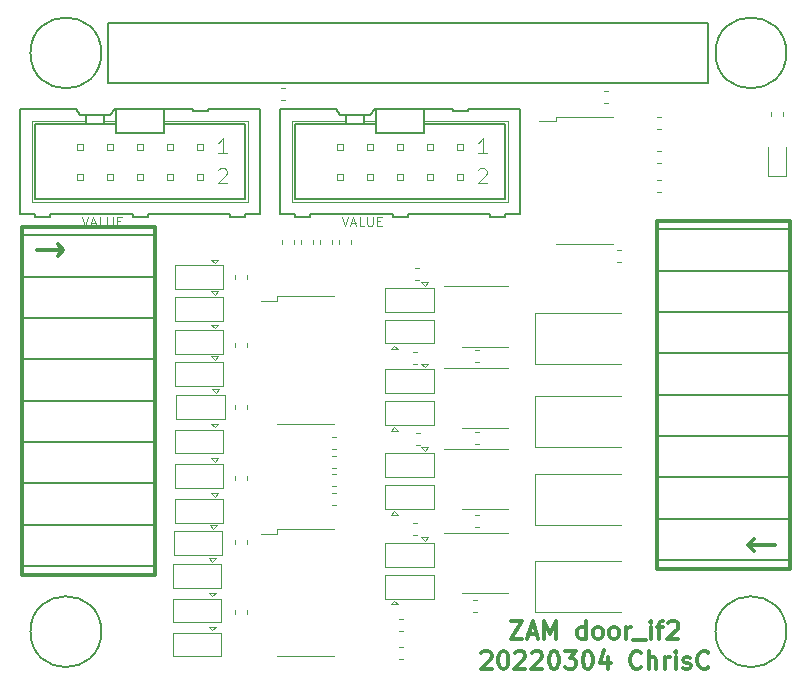
<source format=gbr>
%TF.GenerationSoftware,KiCad,Pcbnew,5.1.6-c6e7f7d~87~ubuntu18.04.1*%
%TF.CreationDate,2022-03-05T00:23:36+01:00*%
%TF.ProjectId,door_if2,646f6f72-5f69-4663-922e-6b696361645f,rev?*%
%TF.SameCoordinates,Original*%
%TF.FileFunction,Legend,Top*%
%TF.FilePolarity,Positive*%
%FSLAX46Y46*%
G04 Gerber Fmt 4.6, Leading zero omitted, Abs format (unit mm)*
G04 Created by KiCad (PCBNEW 5.1.6-c6e7f7d~87~ubuntu18.04.1) date 2022-03-05 00:23:36*
%MOMM*%
%LPD*%
G01*
G04 APERTURE LIST*
%ADD10C,0.300000*%
%ADD11C,0.120000*%
%ADD12C,0.150000*%
%ADD13C,0.304800*%
%ADD14C,0.066040*%
%ADD15C,0.152400*%
%ADD16C,0.050800*%
%ADD17C,0.088900*%
%ADD18C,0.100000*%
G04 APERTURE END LIST*
D10*
X121357142Y-114903571D02*
X122357142Y-114903571D01*
X121357142Y-116403571D01*
X122357142Y-116403571D01*
X122857142Y-115975000D02*
X123571428Y-115975000D01*
X122714285Y-116403571D02*
X123214285Y-114903571D01*
X123714285Y-116403571D01*
X124214285Y-116403571D02*
X124214285Y-114903571D01*
X124714285Y-115975000D01*
X125214285Y-114903571D01*
X125214285Y-116403571D01*
X127714285Y-116403571D02*
X127714285Y-114903571D01*
X127714285Y-116332142D02*
X127571428Y-116403571D01*
X127285714Y-116403571D01*
X127142857Y-116332142D01*
X127071428Y-116260714D01*
X127000000Y-116117857D01*
X127000000Y-115689285D01*
X127071428Y-115546428D01*
X127142857Y-115475000D01*
X127285714Y-115403571D01*
X127571428Y-115403571D01*
X127714285Y-115475000D01*
X128642857Y-116403571D02*
X128500000Y-116332142D01*
X128428571Y-116260714D01*
X128357142Y-116117857D01*
X128357142Y-115689285D01*
X128428571Y-115546428D01*
X128500000Y-115475000D01*
X128642857Y-115403571D01*
X128857142Y-115403571D01*
X129000000Y-115475000D01*
X129071428Y-115546428D01*
X129142857Y-115689285D01*
X129142857Y-116117857D01*
X129071428Y-116260714D01*
X129000000Y-116332142D01*
X128857142Y-116403571D01*
X128642857Y-116403571D01*
X130000000Y-116403571D02*
X129857142Y-116332142D01*
X129785714Y-116260714D01*
X129714285Y-116117857D01*
X129714285Y-115689285D01*
X129785714Y-115546428D01*
X129857142Y-115475000D01*
X130000000Y-115403571D01*
X130214285Y-115403571D01*
X130357142Y-115475000D01*
X130428571Y-115546428D01*
X130500000Y-115689285D01*
X130500000Y-116117857D01*
X130428571Y-116260714D01*
X130357142Y-116332142D01*
X130214285Y-116403571D01*
X130000000Y-116403571D01*
X131142857Y-116403571D02*
X131142857Y-115403571D01*
X131142857Y-115689285D02*
X131214285Y-115546428D01*
X131285714Y-115475000D01*
X131428571Y-115403571D01*
X131571428Y-115403571D01*
X131714285Y-116546428D02*
X132857142Y-116546428D01*
X133214285Y-116403571D02*
X133214285Y-115403571D01*
X133214285Y-114903571D02*
X133142857Y-114975000D01*
X133214285Y-115046428D01*
X133285714Y-114975000D01*
X133214285Y-114903571D01*
X133214285Y-115046428D01*
X133714285Y-115403571D02*
X134285714Y-115403571D01*
X133928571Y-116403571D02*
X133928571Y-115117857D01*
X134000000Y-114975000D01*
X134142857Y-114903571D01*
X134285714Y-114903571D01*
X134714285Y-115046428D02*
X134785714Y-114975000D01*
X134928571Y-114903571D01*
X135285714Y-114903571D01*
X135428571Y-114975000D01*
X135500000Y-115046428D01*
X135571428Y-115189285D01*
X135571428Y-115332142D01*
X135500000Y-115546428D01*
X134642857Y-116403571D01*
X135571428Y-116403571D01*
X118892857Y-117596428D02*
X118964285Y-117525000D01*
X119107142Y-117453571D01*
X119464285Y-117453571D01*
X119607142Y-117525000D01*
X119678571Y-117596428D01*
X119750000Y-117739285D01*
X119750000Y-117882142D01*
X119678571Y-118096428D01*
X118821428Y-118953571D01*
X119750000Y-118953571D01*
X120678571Y-117453571D02*
X120821428Y-117453571D01*
X120964285Y-117525000D01*
X121035714Y-117596428D01*
X121107142Y-117739285D01*
X121178571Y-118025000D01*
X121178571Y-118382142D01*
X121107142Y-118667857D01*
X121035714Y-118810714D01*
X120964285Y-118882142D01*
X120821428Y-118953571D01*
X120678571Y-118953571D01*
X120535714Y-118882142D01*
X120464285Y-118810714D01*
X120392857Y-118667857D01*
X120321428Y-118382142D01*
X120321428Y-118025000D01*
X120392857Y-117739285D01*
X120464285Y-117596428D01*
X120535714Y-117525000D01*
X120678571Y-117453571D01*
X121750000Y-117596428D02*
X121821428Y-117525000D01*
X121964285Y-117453571D01*
X122321428Y-117453571D01*
X122464285Y-117525000D01*
X122535714Y-117596428D01*
X122607142Y-117739285D01*
X122607142Y-117882142D01*
X122535714Y-118096428D01*
X121678571Y-118953571D01*
X122607142Y-118953571D01*
X123178571Y-117596428D02*
X123250000Y-117525000D01*
X123392857Y-117453571D01*
X123750000Y-117453571D01*
X123892857Y-117525000D01*
X123964285Y-117596428D01*
X124035714Y-117739285D01*
X124035714Y-117882142D01*
X123964285Y-118096428D01*
X123107142Y-118953571D01*
X124035714Y-118953571D01*
X124964285Y-117453571D02*
X125107142Y-117453571D01*
X125250000Y-117525000D01*
X125321428Y-117596428D01*
X125392857Y-117739285D01*
X125464285Y-118025000D01*
X125464285Y-118382142D01*
X125392857Y-118667857D01*
X125321428Y-118810714D01*
X125250000Y-118882142D01*
X125107142Y-118953571D01*
X124964285Y-118953571D01*
X124821428Y-118882142D01*
X124750000Y-118810714D01*
X124678571Y-118667857D01*
X124607142Y-118382142D01*
X124607142Y-118025000D01*
X124678571Y-117739285D01*
X124750000Y-117596428D01*
X124821428Y-117525000D01*
X124964285Y-117453571D01*
X125964285Y-117453571D02*
X126892857Y-117453571D01*
X126392857Y-118025000D01*
X126607142Y-118025000D01*
X126750000Y-118096428D01*
X126821428Y-118167857D01*
X126892857Y-118310714D01*
X126892857Y-118667857D01*
X126821428Y-118810714D01*
X126750000Y-118882142D01*
X126607142Y-118953571D01*
X126178571Y-118953571D01*
X126035714Y-118882142D01*
X125964285Y-118810714D01*
X127821428Y-117453571D02*
X127964285Y-117453571D01*
X128107142Y-117525000D01*
X128178571Y-117596428D01*
X128250000Y-117739285D01*
X128321428Y-118025000D01*
X128321428Y-118382142D01*
X128250000Y-118667857D01*
X128178571Y-118810714D01*
X128107142Y-118882142D01*
X127964285Y-118953571D01*
X127821428Y-118953571D01*
X127678571Y-118882142D01*
X127607142Y-118810714D01*
X127535714Y-118667857D01*
X127464285Y-118382142D01*
X127464285Y-118025000D01*
X127535714Y-117739285D01*
X127607142Y-117596428D01*
X127678571Y-117525000D01*
X127821428Y-117453571D01*
X129607142Y-117953571D02*
X129607142Y-118953571D01*
X129250000Y-117382142D02*
X128892857Y-118453571D01*
X129821428Y-118453571D01*
X132392857Y-118810714D02*
X132321428Y-118882142D01*
X132107142Y-118953571D01*
X131964285Y-118953571D01*
X131750000Y-118882142D01*
X131607142Y-118739285D01*
X131535714Y-118596428D01*
X131464285Y-118310714D01*
X131464285Y-118096428D01*
X131535714Y-117810714D01*
X131607142Y-117667857D01*
X131750000Y-117525000D01*
X131964285Y-117453571D01*
X132107142Y-117453571D01*
X132321428Y-117525000D01*
X132392857Y-117596428D01*
X133035714Y-118953571D02*
X133035714Y-117453571D01*
X133678571Y-118953571D02*
X133678571Y-118167857D01*
X133607142Y-118025000D01*
X133464285Y-117953571D01*
X133250000Y-117953571D01*
X133107142Y-118025000D01*
X133035714Y-118096428D01*
X134392857Y-118953571D02*
X134392857Y-117953571D01*
X134392857Y-118239285D02*
X134464285Y-118096428D01*
X134535714Y-118025000D01*
X134678571Y-117953571D01*
X134821428Y-117953571D01*
X135321428Y-118953571D02*
X135321428Y-117953571D01*
X135321428Y-117453571D02*
X135250000Y-117525000D01*
X135321428Y-117596428D01*
X135392857Y-117525000D01*
X135321428Y-117453571D01*
X135321428Y-117596428D01*
X135964285Y-118882142D02*
X136107142Y-118953571D01*
X136392857Y-118953571D01*
X136535714Y-118882142D01*
X136607142Y-118739285D01*
X136607142Y-118667857D01*
X136535714Y-118525000D01*
X136392857Y-118453571D01*
X136178571Y-118453571D01*
X136035714Y-118382142D01*
X135964285Y-118239285D01*
X135964285Y-118167857D01*
X136035714Y-118025000D01*
X136178571Y-117953571D01*
X136392857Y-117953571D01*
X136535714Y-118025000D01*
X138107142Y-118810714D02*
X138035714Y-118882142D01*
X137821428Y-118953571D01*
X137678571Y-118953571D01*
X137464285Y-118882142D01*
X137321428Y-118739285D01*
X137250000Y-118596428D01*
X137178571Y-118310714D01*
X137178571Y-118096428D01*
X137250000Y-117810714D01*
X137321428Y-117667857D01*
X137464285Y-117525000D01*
X137678571Y-117453571D01*
X137821428Y-117453571D01*
X138035714Y-117525000D01*
X138107142Y-117596428D01*
D11*
%TO.C,D1*%
X144635000Y-77260000D02*
X144635000Y-74800000D01*
X143165000Y-77260000D02*
X144635000Y-77260000D01*
X143165000Y-74800000D02*
X143165000Y-77260000D01*
%TO.C,D3*%
X123400000Y-109850000D02*
X130700000Y-109850000D01*
X123400000Y-114150000D02*
X130700000Y-114150000D01*
X123400000Y-109850000D02*
X123400000Y-114150000D01*
%TO.C,D5*%
X123400000Y-102450000D02*
X130700000Y-102450000D01*
X123400000Y-106750000D02*
X130700000Y-106750000D01*
X123400000Y-102450000D02*
X123400000Y-106750000D01*
%TO.C,D7*%
X123400000Y-95850000D02*
X130700000Y-95850000D01*
X123400000Y-100150000D02*
X130700000Y-100150000D01*
X123400000Y-95850000D02*
X123400000Y-100150000D01*
%TO.C,D9*%
X123400000Y-88850000D02*
X123400000Y-93150000D01*
X123400000Y-93150000D02*
X130700000Y-93150000D01*
X123400000Y-88850000D02*
X130700000Y-88850000D01*
D12*
%TO.C,J1*%
X133750000Y-81750000D02*
X145000000Y-81750000D01*
X133750000Y-85250000D02*
X145000000Y-85250000D01*
X133750000Y-88750000D02*
X145000000Y-88750000D01*
X133750000Y-95750000D02*
X145000000Y-95750000D01*
D13*
X141499680Y-108499740D02*
X141997520Y-107999360D01*
X141499680Y-108499740D02*
X141997520Y-108997580D01*
X143747580Y-108499740D02*
X141499680Y-108499740D01*
X133750000Y-110500000D02*
X133750000Y-81000000D01*
X145000000Y-110500000D02*
X133750000Y-110500000D01*
X145000000Y-81000000D02*
X133750000Y-81000000D01*
X145000000Y-110500000D02*
X145000000Y-81000000D01*
D12*
X133750000Y-106250000D02*
X145000000Y-106250000D01*
X133750000Y-102750000D02*
X145000000Y-102750000D01*
X133750000Y-99250000D02*
X145000000Y-99250000D01*
X133750000Y-92250000D02*
X145000000Y-92250000D01*
X133750000Y-109750000D02*
X145000000Y-109750000D01*
%TO.C,J2*%
X144705001Y-115805001D02*
G75*
G03*
X144705001Y-115805001I-3000000J0D01*
G01*
X86705001Y-115805001D02*
G75*
G03*
X86705001Y-115805001I-3000000J0D01*
G01*
X86705001Y-66805001D02*
G75*
G03*
X86705001Y-66805001I-3000000J0D01*
G01*
X144705001Y-66805001D02*
G75*
G03*
X144705001Y-66805001I-3000000J0D01*
G01*
X87305001Y-64265001D02*
X87305001Y-69345001D01*
X87305001Y-69345001D02*
X138105001Y-69345001D01*
X138105001Y-69345001D02*
X138105001Y-64265001D01*
X138105001Y-64265001D02*
X87305001Y-64265001D01*
D14*
%TO.C,J3*%
X92794000Y-77016000D02*
X92286000Y-77016000D01*
X92286000Y-77016000D02*
X92286000Y-77524000D01*
X92794000Y-77524000D02*
X92286000Y-77524000D01*
X92794000Y-77016000D02*
X92794000Y-77524000D01*
X95334000Y-77016000D02*
X94826000Y-77016000D01*
X94826000Y-77016000D02*
X94826000Y-77524000D01*
X95334000Y-77524000D02*
X94826000Y-77524000D01*
X95334000Y-77016000D02*
X95334000Y-77524000D01*
X90254000Y-77016000D02*
X89746000Y-77016000D01*
X89746000Y-77016000D02*
X89746000Y-77524000D01*
X90254000Y-77524000D02*
X89746000Y-77524000D01*
X90254000Y-77016000D02*
X90254000Y-77524000D01*
X85174000Y-77016000D02*
X84666000Y-77016000D01*
X84666000Y-77016000D02*
X84666000Y-77524000D01*
X85174000Y-77524000D02*
X84666000Y-77524000D01*
X85174000Y-77016000D02*
X85174000Y-77524000D01*
X87714000Y-77016000D02*
X87206000Y-77016000D01*
X87206000Y-77016000D02*
X87206000Y-77524000D01*
X87714000Y-77524000D02*
X87206000Y-77524000D01*
X87714000Y-77016000D02*
X87714000Y-77524000D01*
X92794000Y-74476000D02*
X92286000Y-74476000D01*
X92286000Y-74476000D02*
X92286000Y-74984000D01*
X92794000Y-74984000D02*
X92286000Y-74984000D01*
X92794000Y-74476000D02*
X92794000Y-74984000D01*
X95334000Y-74476000D02*
X94826000Y-74476000D01*
X94826000Y-74476000D02*
X94826000Y-74984000D01*
X95334000Y-74984000D02*
X94826000Y-74984000D01*
X95334000Y-74476000D02*
X95334000Y-74984000D01*
X90254000Y-74476000D02*
X89746000Y-74476000D01*
X89746000Y-74476000D02*
X89746000Y-74984000D01*
X90254000Y-74984000D02*
X89746000Y-74984000D01*
X90254000Y-74476000D02*
X90254000Y-74984000D01*
X85174000Y-74476000D02*
X84666000Y-74476000D01*
X84666000Y-74476000D02*
X84666000Y-74984000D01*
X85174000Y-74984000D02*
X84666000Y-74984000D01*
X85174000Y-74476000D02*
X85174000Y-74984000D01*
X87714000Y-74476000D02*
X87206000Y-74476000D01*
X87206000Y-74476000D02*
X87206000Y-74984000D01*
X87714000Y-74984000D02*
X87206000Y-74984000D01*
X87714000Y-74476000D02*
X87714000Y-74984000D01*
D15*
X98890000Y-79175000D02*
X81110000Y-79175000D01*
X81110000Y-72825000D02*
X81110000Y-79175000D01*
X98890000Y-79175000D02*
X98890000Y-72825000D01*
X100160000Y-80445000D02*
X98890000Y-80445000D01*
X79840000Y-71555000D02*
X84539000Y-71555000D01*
X79840000Y-71555000D02*
X79840000Y-80445000D01*
X100160000Y-80445000D02*
X100160000Y-71555000D01*
X81110000Y-72825000D02*
X85428000Y-72825000D01*
X87968000Y-73587000D02*
X92032000Y-73587000D01*
X92032000Y-72825000D02*
X92032000Y-73587000D01*
X92032000Y-72825000D02*
X98890000Y-72825000D01*
X92032000Y-72825000D02*
X92032000Y-72571000D01*
X87968000Y-73587000D02*
X87968000Y-72825000D01*
X87968000Y-72825000D02*
X87968000Y-72571000D01*
X81110000Y-80445000D02*
X81110000Y-80699000D01*
X81110000Y-80699000D02*
X82380000Y-80699000D01*
X82380000Y-80445000D02*
X82380000Y-80699000D01*
X81110000Y-80445000D02*
X79840000Y-80445000D01*
X89365000Y-80699000D02*
X90635000Y-80699000D01*
X89365000Y-80699000D02*
X89365000Y-80445000D01*
X89365000Y-80445000D02*
X82380000Y-80445000D01*
X90635000Y-80699000D02*
X90635000Y-80445000D01*
X97620000Y-80699000D02*
X98890000Y-80699000D01*
X98890000Y-80699000D02*
X98890000Y-80445000D01*
X97620000Y-80699000D02*
X97620000Y-80445000D01*
X97620000Y-80445000D02*
X90635000Y-80445000D01*
X87841000Y-71555000D02*
X87968000Y-71555000D01*
X87968000Y-71555000D02*
X92032000Y-71555000D01*
X86952000Y-72825000D02*
X86952000Y-72571000D01*
X86952000Y-72825000D02*
X87968000Y-72825000D01*
X85428000Y-72825000D02*
X85428000Y-72571000D01*
X85428000Y-72825000D02*
X86952000Y-72825000D01*
X87841000Y-71555000D02*
X87460000Y-72063000D01*
X84920000Y-72063000D02*
X84539000Y-71555000D01*
X84920000Y-72063000D02*
X85428000Y-72063000D01*
D16*
X86952000Y-72571000D02*
X87968000Y-72571000D01*
D15*
X87968000Y-72571000D02*
X87968000Y-71555000D01*
D16*
X85428000Y-72571000D02*
X80856000Y-72571000D01*
X80856000Y-72571000D02*
X80856000Y-79429000D01*
X80856000Y-79429000D02*
X99144000Y-79429000D01*
X99144000Y-79429000D02*
X99144000Y-72571000D01*
X99144000Y-72571000D02*
X92032000Y-72571000D01*
D15*
X92032000Y-72571000D02*
X92032000Y-71555000D01*
X86952000Y-72571000D02*
X86952000Y-72063000D01*
X86952000Y-72063000D02*
X87460000Y-72063000D01*
X85428000Y-72571000D02*
X85428000Y-72063000D01*
X85428000Y-72063000D02*
X86952000Y-72063000D01*
X92032000Y-71555000D02*
X94445000Y-71555000D01*
X94445000Y-71682000D02*
X94445000Y-71555000D01*
X94445000Y-71682000D02*
X95715000Y-71682000D01*
X95715000Y-71555000D02*
X95715000Y-71682000D01*
X95715000Y-71555000D02*
X100160000Y-71555000D01*
D12*
%TO.C,J4*%
X91250000Y-82250000D02*
X80000000Y-82250000D01*
X91250000Y-99750000D02*
X80000000Y-99750000D01*
X91250000Y-92750000D02*
X80000000Y-92750000D01*
X91250000Y-89250000D02*
X80000000Y-89250000D01*
X91250000Y-85750000D02*
X80000000Y-85750000D01*
D13*
X80000000Y-81500000D02*
X80000000Y-111000000D01*
X80000000Y-111000000D02*
X91250000Y-111000000D01*
X80000000Y-81500000D02*
X91250000Y-81500000D01*
X91250000Y-81500000D02*
X91250000Y-111000000D01*
X81252420Y-83500260D02*
X83500320Y-83500260D01*
X83500320Y-83500260D02*
X83002480Y-83002420D01*
X83500320Y-83500260D02*
X83002480Y-84000640D01*
D12*
X91250000Y-96250000D02*
X80000000Y-96250000D01*
X91250000Y-103250000D02*
X80000000Y-103250000D01*
X91250000Y-106750000D02*
X80000000Y-106750000D01*
X91250000Y-110250000D02*
X80000000Y-110250000D01*
D15*
%TO.C,J5*%
X117715000Y-71555000D02*
X122160000Y-71555000D01*
X117715000Y-71555000D02*
X117715000Y-71682000D01*
X116445000Y-71682000D02*
X117715000Y-71682000D01*
X116445000Y-71682000D02*
X116445000Y-71555000D01*
X114032000Y-71555000D02*
X116445000Y-71555000D01*
X107428000Y-72063000D02*
X108952000Y-72063000D01*
X107428000Y-72571000D02*
X107428000Y-72063000D01*
X108952000Y-72063000D02*
X109460000Y-72063000D01*
X108952000Y-72571000D02*
X108952000Y-72063000D01*
X114032000Y-72571000D02*
X114032000Y-71555000D01*
D16*
X121144000Y-72571000D02*
X114032000Y-72571000D01*
X121144000Y-79429000D02*
X121144000Y-72571000D01*
X102856000Y-79429000D02*
X121144000Y-79429000D01*
X102856000Y-72571000D02*
X102856000Y-79429000D01*
X107428000Y-72571000D02*
X102856000Y-72571000D01*
D15*
X109968000Y-72571000D02*
X109968000Y-71555000D01*
D16*
X108952000Y-72571000D02*
X109968000Y-72571000D01*
D15*
X106920000Y-72063000D02*
X107428000Y-72063000D01*
X106920000Y-72063000D02*
X106539000Y-71555000D01*
X109841000Y-71555000D02*
X109460000Y-72063000D01*
X107428000Y-72825000D02*
X108952000Y-72825000D01*
X107428000Y-72825000D02*
X107428000Y-72571000D01*
X108952000Y-72825000D02*
X109968000Y-72825000D01*
X108952000Y-72825000D02*
X108952000Y-72571000D01*
X109968000Y-71555000D02*
X114032000Y-71555000D01*
X109841000Y-71555000D02*
X109968000Y-71555000D01*
X119620000Y-80445000D02*
X112635000Y-80445000D01*
X119620000Y-80699000D02*
X119620000Y-80445000D01*
X120890000Y-80699000D02*
X120890000Y-80445000D01*
X119620000Y-80699000D02*
X120890000Y-80699000D01*
X112635000Y-80699000D02*
X112635000Y-80445000D01*
X111365000Y-80445000D02*
X104380000Y-80445000D01*
X111365000Y-80699000D02*
X111365000Y-80445000D01*
X111365000Y-80699000D02*
X112635000Y-80699000D01*
X103110000Y-80445000D02*
X101840000Y-80445000D01*
X104380000Y-80445000D02*
X104380000Y-80699000D01*
X103110000Y-80699000D02*
X104380000Y-80699000D01*
X103110000Y-80445000D02*
X103110000Y-80699000D01*
X109968000Y-72825000D02*
X109968000Y-72571000D01*
X109968000Y-73587000D02*
X109968000Y-72825000D01*
X114032000Y-72825000D02*
X114032000Y-72571000D01*
X114032000Y-72825000D02*
X120890000Y-72825000D01*
X114032000Y-72825000D02*
X114032000Y-73587000D01*
X109968000Y-73587000D02*
X114032000Y-73587000D01*
X103110000Y-72825000D02*
X107428000Y-72825000D01*
X122160000Y-80445000D02*
X122160000Y-71555000D01*
X101840000Y-71555000D02*
X101840000Y-80445000D01*
X101840000Y-71555000D02*
X106539000Y-71555000D01*
X122160000Y-80445000D02*
X120890000Y-80445000D01*
X120890000Y-79175000D02*
X120890000Y-72825000D01*
X103110000Y-72825000D02*
X103110000Y-79175000D01*
X120890000Y-79175000D02*
X103110000Y-79175000D01*
D14*
X109714000Y-74476000D02*
X109714000Y-74984000D01*
X109714000Y-74984000D02*
X109206000Y-74984000D01*
X109206000Y-74476000D02*
X109206000Y-74984000D01*
X109714000Y-74476000D02*
X109206000Y-74476000D01*
X107174000Y-74476000D02*
X107174000Y-74984000D01*
X107174000Y-74984000D02*
X106666000Y-74984000D01*
X106666000Y-74476000D02*
X106666000Y-74984000D01*
X107174000Y-74476000D02*
X106666000Y-74476000D01*
X112254000Y-74476000D02*
X112254000Y-74984000D01*
X112254000Y-74984000D02*
X111746000Y-74984000D01*
X111746000Y-74476000D02*
X111746000Y-74984000D01*
X112254000Y-74476000D02*
X111746000Y-74476000D01*
X117334000Y-74476000D02*
X117334000Y-74984000D01*
X117334000Y-74984000D02*
X116826000Y-74984000D01*
X116826000Y-74476000D02*
X116826000Y-74984000D01*
X117334000Y-74476000D02*
X116826000Y-74476000D01*
X114794000Y-74476000D02*
X114794000Y-74984000D01*
X114794000Y-74984000D02*
X114286000Y-74984000D01*
X114286000Y-74476000D02*
X114286000Y-74984000D01*
X114794000Y-74476000D02*
X114286000Y-74476000D01*
X109714000Y-77016000D02*
X109714000Y-77524000D01*
X109714000Y-77524000D02*
X109206000Y-77524000D01*
X109206000Y-77016000D02*
X109206000Y-77524000D01*
X109714000Y-77016000D02*
X109206000Y-77016000D01*
X107174000Y-77016000D02*
X107174000Y-77524000D01*
X107174000Y-77524000D02*
X106666000Y-77524000D01*
X106666000Y-77016000D02*
X106666000Y-77524000D01*
X107174000Y-77016000D02*
X106666000Y-77016000D01*
X112254000Y-77016000D02*
X112254000Y-77524000D01*
X112254000Y-77524000D02*
X111746000Y-77524000D01*
X111746000Y-77016000D02*
X111746000Y-77524000D01*
X112254000Y-77016000D02*
X111746000Y-77016000D01*
X117334000Y-77016000D02*
X117334000Y-77524000D01*
X117334000Y-77524000D02*
X116826000Y-77524000D01*
X116826000Y-77016000D02*
X116826000Y-77524000D01*
X117334000Y-77016000D02*
X116826000Y-77016000D01*
X114794000Y-77016000D02*
X114794000Y-77524000D01*
X114794000Y-77524000D02*
X114286000Y-77524000D01*
X114286000Y-77016000D02*
X114286000Y-77524000D01*
X114794000Y-77016000D02*
X114286000Y-77016000D01*
D11*
%TO.C,JP1*%
X97050000Y-86800000D02*
X92950000Y-86800000D01*
X92950000Y-86800000D02*
X92950000Y-84800000D01*
X92950000Y-84800000D02*
X97050000Y-84800000D01*
X97050000Y-84800000D02*
X97050000Y-86800000D01*
X96300000Y-84600000D02*
X96600000Y-84300000D01*
X96600000Y-84300000D02*
X96000000Y-84300000D01*
X96300000Y-84600000D02*
X96000000Y-84300000D01*
%TO.C,JP2*%
X97050000Y-89500000D02*
X92950000Y-89500000D01*
X92950000Y-89500000D02*
X92950000Y-87500000D01*
X92950000Y-87500000D02*
X97050000Y-87500000D01*
X97050000Y-87500000D02*
X97050000Y-89500000D01*
X96300000Y-87300000D02*
X96600000Y-87000000D01*
X96600000Y-87000000D02*
X96000000Y-87000000D01*
X96300000Y-87300000D02*
X96000000Y-87000000D01*
%TO.C,JP3*%
X96300000Y-90100000D02*
X96000000Y-89800000D01*
X96600000Y-89800000D02*
X96000000Y-89800000D01*
X96300000Y-90100000D02*
X96600000Y-89800000D01*
X97050000Y-90300000D02*
X97050000Y-92300000D01*
X92950000Y-90300000D02*
X97050000Y-90300000D01*
X92950000Y-92300000D02*
X92950000Y-90300000D01*
X97050000Y-92300000D02*
X92950000Y-92300000D01*
%TO.C,JP4*%
X97050000Y-95000000D02*
X92950000Y-95000000D01*
X92950000Y-95000000D02*
X92950000Y-93000000D01*
X92950000Y-93000000D02*
X97050000Y-93000000D01*
X97050000Y-93000000D02*
X97050000Y-95000000D01*
X96300000Y-92800000D02*
X96600000Y-92500000D01*
X96600000Y-92500000D02*
X96000000Y-92500000D01*
X96300000Y-92800000D02*
X96000000Y-92500000D01*
%TO.C,JP5*%
X96400000Y-95600000D02*
X96100000Y-95300000D01*
X96700000Y-95300000D02*
X96100000Y-95300000D01*
X96400000Y-95600000D02*
X96700000Y-95300000D01*
X97150000Y-95800000D02*
X97150000Y-97800000D01*
X93050000Y-95800000D02*
X97150000Y-95800000D01*
X93050000Y-97800000D02*
X93050000Y-95800000D01*
X97150000Y-97800000D02*
X93050000Y-97800000D01*
%TO.C,JP6*%
X97050000Y-100700000D02*
X92950000Y-100700000D01*
X92950000Y-100700000D02*
X92950000Y-98700000D01*
X92950000Y-98700000D02*
X97050000Y-98700000D01*
X97050000Y-98700000D02*
X97050000Y-100700000D01*
X96300000Y-98500000D02*
X96600000Y-98200000D01*
X96600000Y-98200000D02*
X96000000Y-98200000D01*
X96300000Y-98500000D02*
X96000000Y-98200000D01*
%TO.C,JP7*%
X97050000Y-103600000D02*
X92950000Y-103600000D01*
X92950000Y-103600000D02*
X92950000Y-101600000D01*
X92950000Y-101600000D02*
X97050000Y-101600000D01*
X97050000Y-101600000D02*
X97050000Y-103600000D01*
X96300000Y-101400000D02*
X96600000Y-101100000D01*
X96600000Y-101100000D02*
X96000000Y-101100000D01*
X96300000Y-101400000D02*
X96000000Y-101100000D01*
%TO.C,JP8*%
X96300000Y-104400000D02*
X96000000Y-104100000D01*
X96600000Y-104100000D02*
X96000000Y-104100000D01*
X96300000Y-104400000D02*
X96600000Y-104100000D01*
X97050000Y-104600000D02*
X97050000Y-106600000D01*
X92950000Y-104600000D02*
X97050000Y-104600000D01*
X92950000Y-106600000D02*
X92950000Y-104600000D01*
X97050000Y-106600000D02*
X92950000Y-106600000D01*
%TO.C,JP9*%
X96200000Y-107100000D02*
X95900000Y-106800000D01*
X96500000Y-106800000D02*
X95900000Y-106800000D01*
X96200000Y-107100000D02*
X96500000Y-106800000D01*
X96950000Y-107300000D02*
X96950000Y-109300000D01*
X92850000Y-107300000D02*
X96950000Y-107300000D01*
X92850000Y-109300000D02*
X92850000Y-107300000D01*
X96950000Y-109300000D02*
X92850000Y-109300000D01*
%TO.C,JP10*%
X96850000Y-112100000D02*
X92750000Y-112100000D01*
X92750000Y-112100000D02*
X92750000Y-110100000D01*
X92750000Y-110100000D02*
X96850000Y-110100000D01*
X96850000Y-110100000D02*
X96850000Y-112100000D01*
X96100000Y-109900000D02*
X96400000Y-109600000D01*
X96400000Y-109600000D02*
X95800000Y-109600000D01*
X96100000Y-109900000D02*
X95800000Y-109600000D01*
%TO.C,JP11*%
X96100000Y-112800000D02*
X95800000Y-112500000D01*
X96400000Y-112500000D02*
X95800000Y-112500000D01*
X96100000Y-112800000D02*
X96400000Y-112500000D01*
X96850000Y-113000000D02*
X96850000Y-115000000D01*
X92750000Y-113000000D02*
X96850000Y-113000000D01*
X92750000Y-115000000D02*
X92750000Y-113000000D01*
X96850000Y-115000000D02*
X92750000Y-115000000D01*
%TO.C,JP12*%
X96850000Y-117900000D02*
X92750000Y-117900000D01*
X92750000Y-117900000D02*
X92750000Y-115900000D01*
X92750000Y-115900000D02*
X96850000Y-115900000D01*
X96850000Y-115900000D02*
X96850000Y-117900000D01*
X96100000Y-115700000D02*
X96400000Y-115400000D01*
X96400000Y-115400000D02*
X95800000Y-115400000D01*
X96100000Y-115700000D02*
X95800000Y-115400000D01*
%TO.C,JP17*%
X111500000Y-113200000D02*
X111800000Y-113500000D01*
X111200000Y-113500000D02*
X111800000Y-113500000D01*
X111500000Y-113200000D02*
X111200000Y-113500000D01*
X110750000Y-113000000D02*
X110750000Y-111000000D01*
X114850000Y-113000000D02*
X110750000Y-113000000D01*
X114850000Y-111000000D02*
X114850000Y-113000000D01*
X110750000Y-111000000D02*
X114850000Y-111000000D01*
%TO.C,JP18*%
X114850000Y-110300000D02*
X110750000Y-110300000D01*
X110750000Y-110300000D02*
X110750000Y-108300000D01*
X110750000Y-108300000D02*
X114850000Y-108300000D01*
X114850000Y-108300000D02*
X114850000Y-110300000D01*
X114100000Y-108100000D02*
X114400000Y-107800000D01*
X114400000Y-107800000D02*
X113800000Y-107800000D01*
X114100000Y-108100000D02*
X113800000Y-107800000D01*
%TO.C,JP19*%
X110750000Y-103400000D02*
X114850000Y-103400000D01*
X114850000Y-103400000D02*
X114850000Y-105400000D01*
X114850000Y-105400000D02*
X110750000Y-105400000D01*
X110750000Y-105400000D02*
X110750000Y-103400000D01*
X111500000Y-105600000D02*
X111200000Y-105900000D01*
X111200000Y-105900000D02*
X111800000Y-105900000D01*
X111500000Y-105600000D02*
X111800000Y-105900000D01*
%TO.C,JP20*%
X114100000Y-100500000D02*
X113800000Y-100200000D01*
X114400000Y-100200000D02*
X113800000Y-100200000D01*
X114100000Y-100500000D02*
X114400000Y-100200000D01*
X114850000Y-100700000D02*
X114850000Y-102700000D01*
X110750000Y-100700000D02*
X114850000Y-100700000D01*
X110750000Y-102700000D02*
X110750000Y-100700000D01*
X114850000Y-102700000D02*
X110750000Y-102700000D01*
%TO.C,JP21*%
X111500000Y-98500000D02*
X111800000Y-98800000D01*
X111200000Y-98800000D02*
X111800000Y-98800000D01*
X111500000Y-98500000D02*
X111200000Y-98800000D01*
X110750000Y-98300000D02*
X110750000Y-96300000D01*
X114850000Y-98300000D02*
X110750000Y-98300000D01*
X114850000Y-96300000D02*
X114850000Y-98300000D01*
X110750000Y-96300000D02*
X114850000Y-96300000D01*
%TO.C,JP22*%
X114100000Y-93400000D02*
X113800000Y-93100000D01*
X114400000Y-93100000D02*
X113800000Y-93100000D01*
X114100000Y-93400000D02*
X114400000Y-93100000D01*
X114850000Y-93600000D02*
X114850000Y-95600000D01*
X110750000Y-93600000D02*
X114850000Y-93600000D01*
X110750000Y-95600000D02*
X110750000Y-93600000D01*
X114850000Y-95600000D02*
X110750000Y-95600000D01*
%TO.C,JP23*%
X111500000Y-91600000D02*
X111800000Y-91900000D01*
X111200000Y-91900000D02*
X111800000Y-91900000D01*
X111500000Y-91600000D02*
X111200000Y-91900000D01*
X110750000Y-91400000D02*
X110750000Y-89400000D01*
X114850000Y-91400000D02*
X110750000Y-91400000D01*
X114850000Y-89400000D02*
X114850000Y-91400000D01*
X110750000Y-89400000D02*
X114850000Y-89400000D01*
%TO.C,JP24*%
X114850000Y-88700000D02*
X110750000Y-88700000D01*
X110750000Y-88700000D02*
X110750000Y-86700000D01*
X110750000Y-86700000D02*
X114850000Y-86700000D01*
X114850000Y-86700000D02*
X114850000Y-88700000D01*
X114100000Y-86500000D02*
X114400000Y-86200000D01*
X114400000Y-86200000D02*
X113800000Y-86200000D01*
X114100000Y-86500000D02*
X113800000Y-86200000D01*
%TO.C,Q1*%
X119200000Y-107440000D02*
X115750000Y-107440000D01*
X119200000Y-107440000D02*
X121150000Y-107440000D01*
X119200000Y-112560000D02*
X117250000Y-112560000D01*
X119200000Y-112560000D02*
X121150000Y-112560000D01*
%TO.C,Q2*%
X119200000Y-105460000D02*
X121150000Y-105460000D01*
X119200000Y-105460000D02*
X117250000Y-105460000D01*
X119200000Y-100340000D02*
X121150000Y-100340000D01*
X119200000Y-100340000D02*
X115750000Y-100340000D01*
%TO.C,Q3*%
X119200000Y-98560000D02*
X121150000Y-98560000D01*
X119200000Y-98560000D02*
X117250000Y-98560000D01*
X119200000Y-93440000D02*
X121150000Y-93440000D01*
X119200000Y-93440000D02*
X115750000Y-93440000D01*
%TO.C,Q4*%
X119200000Y-86540000D02*
X115750000Y-86540000D01*
X119200000Y-86540000D02*
X121150000Y-86540000D01*
X119200000Y-91660000D02*
X117250000Y-91660000D01*
X119200000Y-91660000D02*
X121150000Y-91660000D01*
%TO.C,R1*%
X106790000Y-82628733D02*
X106790000Y-82971267D01*
X107810000Y-82628733D02*
X107810000Y-82971267D01*
%TO.C,R2*%
X105190000Y-82628733D02*
X105190000Y-82971267D01*
X106210000Y-82628733D02*
X106210000Y-82971267D01*
%TO.C,R3*%
X103590000Y-82628733D02*
X103590000Y-82971267D01*
X104610000Y-82628733D02*
X104610000Y-82971267D01*
%TO.C,R4*%
X143390000Y-72171267D02*
X143390000Y-71828733D01*
X144410000Y-72171267D02*
X144410000Y-71828733D01*
%TO.C,R5*%
X101990000Y-82628733D02*
X101990000Y-82971267D01*
X103010000Y-82628733D02*
X103010000Y-82971267D01*
%TO.C,R6*%
X106228733Y-100310000D02*
X106571267Y-100310000D01*
X106228733Y-99290000D02*
X106571267Y-99290000D01*
%TO.C,R7*%
X106228733Y-101910000D02*
X106571267Y-101910000D01*
X106228733Y-100890000D02*
X106571267Y-100890000D01*
%TO.C,R8*%
X106228733Y-103510000D02*
X106571267Y-103510000D01*
X106228733Y-102490000D02*
X106571267Y-102490000D01*
%TO.C,R9*%
X106228733Y-105110000D02*
X106571267Y-105110000D01*
X106228733Y-104090000D02*
X106571267Y-104090000D01*
%TO.C,R10*%
X97990000Y-85971267D02*
X97990000Y-85628733D01*
X99010000Y-85971267D02*
X99010000Y-85628733D01*
%TO.C,R11*%
X99010000Y-91328733D02*
X99010000Y-91671267D01*
X97990000Y-91328733D02*
X97990000Y-91671267D01*
%TO.C,R12*%
X99010000Y-96628733D02*
X99010000Y-96971267D01*
X97990000Y-96628733D02*
X97990000Y-96971267D01*
%TO.C,R13*%
X118153733Y-113090000D02*
X118496267Y-113090000D01*
X118153733Y-114110000D02*
X118496267Y-114110000D01*
%TO.C,R14*%
X99010000Y-102628733D02*
X99010000Y-102971267D01*
X97990000Y-102628733D02*
X97990000Y-102971267D01*
%TO.C,R15*%
X99010000Y-108028733D02*
X99010000Y-108371267D01*
X97990000Y-108028733D02*
X97990000Y-108371267D01*
%TO.C,R16*%
X99010000Y-113928733D02*
X99010000Y-114271267D01*
X97990000Y-113928733D02*
X97990000Y-114271267D01*
%TO.C,R17*%
X111928733Y-114690000D02*
X112271267Y-114690000D01*
X111928733Y-115710000D02*
X112271267Y-115710000D01*
%TO.C,R18*%
X111928733Y-117090000D02*
X112271267Y-117090000D01*
X111928733Y-118110000D02*
X112271267Y-118110000D01*
%TO.C,R19*%
X129571267Y-69990000D02*
X129228733Y-69990000D01*
X129571267Y-71010000D02*
X129228733Y-71010000D01*
%TO.C,R20*%
X101928733Y-70810000D02*
X102271267Y-70810000D01*
X101928733Y-69790000D02*
X102271267Y-69790000D01*
%TO.C,R23*%
X113128733Y-106590000D02*
X113471267Y-106590000D01*
X113128733Y-107610000D02*
X113471267Y-107610000D01*
%TO.C,R24*%
X113328733Y-98990000D02*
X113671267Y-98990000D01*
X113328733Y-100010000D02*
X113671267Y-100010000D01*
%TO.C,R25*%
X118671267Y-91990000D02*
X118328733Y-91990000D01*
X118671267Y-93010000D02*
X118328733Y-93010000D01*
%TO.C,R26*%
X113228733Y-86010000D02*
X113571267Y-86010000D01*
X113228733Y-84990000D02*
X113571267Y-84990000D01*
%TO.C,R27*%
X118328733Y-105890000D02*
X118671267Y-105890000D01*
X118328733Y-106910000D02*
X118671267Y-106910000D01*
%TO.C,R28*%
X118328733Y-98890000D02*
X118671267Y-98890000D01*
X118328733Y-99910000D02*
X118671267Y-99910000D01*
%TO.C,R29*%
X113471267Y-92090000D02*
X113128733Y-92090000D01*
X113471267Y-93110000D02*
X113128733Y-93110000D01*
%TO.C,U1*%
X101600000Y-98200000D02*
X106400000Y-98200000D01*
X101600000Y-87400000D02*
X106400000Y-87400000D01*
X101600000Y-87800000D02*
X100200000Y-87800000D01*
X101600000Y-87400000D02*
X101600000Y-87800000D01*
%TO.C,U2*%
X101600000Y-107100000D02*
X101600000Y-107500000D01*
X101600000Y-107500000D02*
X100200000Y-107500000D01*
X101600000Y-107100000D02*
X106400000Y-107100000D01*
X101600000Y-117900000D02*
X106400000Y-117900000D01*
%TO.C,U3*%
X125200000Y-83000000D02*
X130000000Y-83000000D01*
X125200000Y-72200000D02*
X130000000Y-72200000D01*
X125200000Y-72600000D02*
X123800000Y-72600000D01*
X125200000Y-72200000D02*
X125200000Y-72600000D01*
%TO.C,R30*%
X133728733Y-72190000D02*
X134071267Y-72190000D01*
X133728733Y-73210000D02*
X134071267Y-73210000D01*
%TO.C,R31*%
X133728733Y-76110000D02*
X134071267Y-76110000D01*
X133728733Y-75090000D02*
X134071267Y-75090000D01*
%TO.C,R32*%
X133728733Y-77590000D02*
X134071267Y-77590000D01*
X133728733Y-78610000D02*
X134071267Y-78610000D01*
%TO.C,R33*%
X130671267Y-84510000D02*
X130328733Y-84510000D01*
X130671267Y-83490000D02*
X130328733Y-83490000D01*
%TO.C,J3*%
D17*
X96622142Y-76695476D02*
X96682619Y-76635000D01*
X96803571Y-76574523D01*
X97105952Y-76574523D01*
X97226904Y-76635000D01*
X97287380Y-76695476D01*
X97347857Y-76816428D01*
X97347857Y-76937380D01*
X97287380Y-77118809D01*
X96561666Y-77844523D01*
X97347857Y-77844523D01*
X97347857Y-75304523D02*
X96622142Y-75304523D01*
X96985000Y-75304523D02*
X96985000Y-74034523D01*
X96864047Y-74215952D01*
X96743095Y-74336904D01*
X96622142Y-74397380D01*
D18*
X85085714Y-80661904D02*
X85352380Y-81461904D01*
X85619047Y-80661904D01*
X85847619Y-81233333D02*
X86228571Y-81233333D01*
X85771428Y-81461904D02*
X86038095Y-80661904D01*
X86304761Y-81461904D01*
X86952380Y-81461904D02*
X86571428Y-81461904D01*
X86571428Y-80661904D01*
X87219047Y-80661904D02*
X87219047Y-81309523D01*
X87257142Y-81385714D01*
X87295238Y-81423809D01*
X87371428Y-81461904D01*
X87523809Y-81461904D01*
X87600000Y-81423809D01*
X87638095Y-81385714D01*
X87676190Y-81309523D01*
X87676190Y-80661904D01*
X88057142Y-81042857D02*
X88323809Y-81042857D01*
X88438095Y-81461904D02*
X88057142Y-81461904D01*
X88057142Y-80661904D01*
X88438095Y-80661904D01*
%TO.C,J5*%
X107085714Y-80661904D02*
X107352380Y-81461904D01*
X107619047Y-80661904D01*
X107847619Y-81233333D02*
X108228571Y-81233333D01*
X107771428Y-81461904D02*
X108038095Y-80661904D01*
X108304761Y-81461904D01*
X108952380Y-81461904D02*
X108571428Y-81461904D01*
X108571428Y-80661904D01*
X109219047Y-80661904D02*
X109219047Y-81309523D01*
X109257142Y-81385714D01*
X109295238Y-81423809D01*
X109371428Y-81461904D01*
X109523809Y-81461904D01*
X109600000Y-81423809D01*
X109638095Y-81385714D01*
X109676190Y-81309523D01*
X109676190Y-80661904D01*
X110057142Y-81042857D02*
X110323809Y-81042857D01*
X110438095Y-81461904D02*
X110057142Y-81461904D01*
X110057142Y-80661904D01*
X110438095Y-80661904D01*
D17*
X119347857Y-75304523D02*
X118622142Y-75304523D01*
X118985000Y-75304523D02*
X118985000Y-74034523D01*
X118864047Y-74215952D01*
X118743095Y-74336904D01*
X118622142Y-74397380D01*
X118622142Y-76695476D02*
X118682619Y-76635000D01*
X118803571Y-76574523D01*
X119105952Y-76574523D01*
X119226904Y-76635000D01*
X119287380Y-76695476D01*
X119347857Y-76816428D01*
X119347857Y-76937380D01*
X119287380Y-77118809D01*
X118561666Y-77844523D01*
X119347857Y-77844523D01*
%TD*%
M02*

</source>
